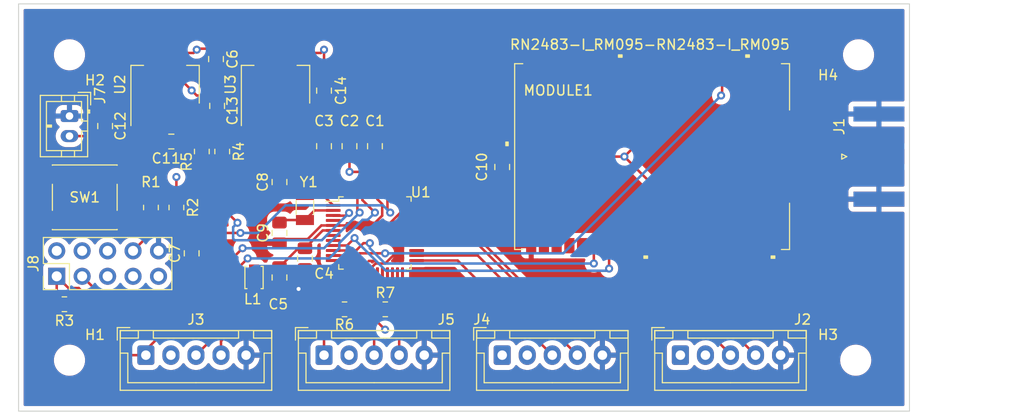
<source format=kicad_pcb>
(kicad_pcb (version 20211014) (generator pcbnew)
  (title_block (title "PCB Luchtkwaliteitssensor"))
  (layers (0 "F.Cu" signal) (1 "In1.Cu" signal) (2 "In2.Cu" signal) (31 "B.Cu" signal) (34 "B.Paste" user) (35 "F.Paste" user) (36 "B.SilkS" user "B.Silkscreen") (37 "F.SilkS" user "F.Silkscreen") (38 "B.Mask" user) (39 "F.Mask" user) (44 "Edge.Cuts" user))
  (net 0 "")
  (net 1 "VDDCORE")
  (net 2 "GND")
  (net 3 "VDDIN")
  (net 4 "VDDANA")
  (net 5 "RESET")
  (net 6 "XIN32")
  (net 7 "XOUT32")
  (net 8 "/Power Regulation/BATT_POS")
  (net 9 "+5V")
  (net 10 "Net-(J1-Pad1)")
  (net 11 "SERCOM5_PAD0_TX")
  (net 12 "SERCOM5_PAD1_RX")
  (net 13 "SERCOM2_PAD1_TX")
  (net 14 "SERCOM2_PAD2_RX")
  (net 15 "SERCOM3_PAD0_TX")
  (net 16 "SERCOM3_PAD1_RX")
  (net 17 "SERCOM4_PAD0_SDA")
  (net 18 "SERCOM4_PAD1_SCL")
  (net 19 "SWCLK")
  (net 21 "SWDIO")
  (net 30 "SERCOM0_PAD1_RX")
  (net 31 "SERCOM0_PAD0_TX")
  (net 39 "RN2483_RESET")
  (net 50 "Net-(R1-Pad1)")
  (net 51 "ADC_BATT")
  (footprint "Connector_JST:JST_XH_B5B-XH-A_1x05_P2.50mm_Vertical" (layer "F.Cu") (at 88.9 83.312)
    (fp_text reference "J5" (at 12.192 -3.55) (layer "F.SilkS"))
    (fp_text value "Conn_01x05_I2C_0")
    (pad "1" thru_hole roundrect (at 0 0) (size 1.7 1.95) (drill 0.95) (layers *.Cu *.Mask) (roundrect_rratio 0.1470588235) (net 3 "VDDIN"))
    (pad "2" thru_hole oval (at 2.5 0) (size 1.7 1.95) (drill 0.95) (layers *.Cu *.Mask) (net 9 "+5V"))
    (pad "3" thru_hole oval (at 5 0) (size 1.7 1.95) (drill 0.95) (layers *.Cu *.Mask) (net 17 "SERCOM4_PAD0_SDA"))
    (pad "4" thru_hole oval (at 7.5 0) (size 1.7 1.95) (drill 0.95) (layers *.Cu *.Mask) (net 18 "SERCOM4_PAD1_SCL"))
    (pad "5" thru_hole oval (at 10 0) (size 1.7 1.95) (drill 0.95) (layers *.Cu *.Mask) (net 2 "GND"))
  )
  (footprint "Capacitor_SMD:C_0805_2012Metric_Pad1.18x1.45mm_HandSolder" (layer "F.Cu") (at 73.66 61.9975 180)
    (fp_text reference "C11" (at 0.508 -1.68) (layer "F.SilkS"))
    (fp_text value "100nF")
    (pad "1" smd roundrect (at -1.0375 0 180) (size 1.175 1.45) (layers "F.Cu" "F.Paste" "F.Mask") (roundrect_rratio 0.2127659574) (net 8 "/Power Regulation/BATT_POS"))
    (pad "2" smd roundrect (at 1.0375 0 180) (size 1.175 1.45) (layers "F.Cu" "F.Paste" "F.Mask") (roundrect_rratio 0.2127659574) (net 2 "GND"))
  )
  (footprint "Package_TO_SOT_SMD:SOT-223-3_TabPin2" (layer "F.Cu") (at 73.04 56.3075 90)
    (fp_text reference "U2" (at 0 -4.5 90) (layer "F.SilkS"))
    (fp_text value "LD1117S33TR_SOT223")
    (pad "1" smd rect (at -3.15 -2.3 90) (size 2 1.5) (layers "F.Cu" "F.Paste" "F.Mask") (net 2 "GND"))
    (pad "2" smd rect (at -3.15 0 90) (size 2 1.5) (layers "F.Cu" "F.Paste" "F.Mask") (net 3 "VDDIN"))
    (pad "2" smd rect (at 3.15 0 90) (size 2 3.8) (layers "F.Cu" "F.Paste" "F.Mask") (net 3 "VDDIN"))
    (pad "3" smd rect (at -3.15 2.3 90) (size 2 1.5) (layers "F.Cu" "F.Paste" "F.Mask") (net 8 "/Power Regulation/BATT_POS"))
  )
  (footprint "Capacitor_SMD:C_0805_2012Metric_Pad1.18x1.45mm_HandSolder" (layer "F.Cu") (at 91.44 62.4625 -90)
    (fp_text reference "C2" (at -2.5185 0 180) (layer "F.SilkS"))
    (fp_text value "100nF")
    (pad "1" smd roundrect (at -1.0375 0 270) (size 1.175 1.45) (layers "F.Cu" "F.Paste" "F.Mask") (roundrect_rratio 0.2127659574) (net 2 "GND"))
    (pad "2" smd roundrect (at 1.0375 0 270) (size 1.175 1.45) (layers "F.Cu" "F.Paste" "F.Mask") (roundrect_rratio 0.2127659574) (net 3 "VDDIN"))
  )
  (footprint "Connector_JST:JST_XH_B5B-XH-A_1x05_P2.50mm_Vertical" (layer "F.Cu") (at 71.12 83.312)
    (fp_text reference "J3" (at 5 -3.55) (layer "F.SilkS"))
    (fp_text value "Conn_01x05_USART_2")
    (pad "1" thru_hole roundrect (at 0 0) (size 1.7 1.95) (drill 0.95) (layers *.Cu *.Mask) (roundrect_rratio 0.1470588235) (net 3 "VDDIN"))
    (pad "2" thru_hole oval (at 2.5 0) (size 1.7 1.95) (drill 0.95) (layers *.Cu *.Mask) (net 9 "+5V"))
    (pad "3" thru_hole oval (at 5 0) (size 1.7 1.95) (drill 0.95) (layers *.Cu *.Mask) (net 13 "SERCOM2_PAD1_TX"))
    (pad "4" thru_hole oval (at 7.5 0) (size 1.7 1.95) (drill 0.95) (layers *.Cu *.Mask) (net 14 "SERCOM2_PAD2_RX"))
    (pad "5" thru_hole oval (at 10 0) (size 1.7 1.95) (drill 0.95) (layers *.Cu *.Mask) (net 2 "GND"))
  )
  (footprint "RN2483:RN2483A-I&slash_RM105" (layer "F.Cu") (at 121.6375 63.5 90)
    (fp_text reference "MODULE1" (at 6.604 -9.3695 180) (layer "F.SilkS"))
    (fp_text value "RN2483-I_RM095-RN2483-I_RM095" (at 11.176 -0.2255 180) (layer "F.SilkS"))
    (pad "1" smd rect locked (at -8.89 -12.065 180) (size 1.016 1.524) (layers "F.Cu" "F.Paste" "F.Mask") (net 2 "GND"))
    (pad "2" smd rect locked (at -8.89 -10.795 180) (size 1.016 1.524) (layers "F.Cu" "F.Paste" "F.Mask"))
    (pad "3" smd rect locked (at -8.89 -9.525 180) (size 1.016 1.524) (layers "F.Cu" "F.Paste" "F.Mask"))
    (pad "4" smd rect locked (at -8.89 -8.255 180) (size 1.016 1.524) (layers "F.Cu" "F.Paste" "F.Mask"))
    (pad "5" smd rect locked (at -8.89 -6.985 180) (size 1.016 1.524) (layers "F.Cu" "F.Paste" "F.Mask"))
    (pad "6" smd rect locked (at -8.89 -5.715 180) (size 1.016 1.524) (layers "F.Cu" "F.Paste" "F.Mask") (net 30 "SERCOM0_PAD1_RX"))
    (pad "7" smd rect locked (at -8.89 -4.445 180) (size 1.016 1.524) (layers "F.Cu" "F.Paste" "F.Mask") (net 31 "SERCOM0_PAD0_TX"))
    (pad "8" smd rect locked (at -8.89 -3.175 180) (size 1.016 1.524) (layers "F.Cu" "F.Paste" "F.Mask") (net 2 "GND"))
    (pad "9" smd rect locked (at -8.89 -1.905 180) (size 1.016 1.524) (layers "F.Cu" "F.Paste" "F.Mask"))
    (pad "10" smd rect locked (at -8.89 -0.635 180) (size 1.016 1.524) (layers "F.Cu" "F.Paste" "F.Mask"))
    (pad "11" smd rect locked (at -8.89 0.635 180) (size 1.016 1.524) (layers "F.Cu" "F.Paste" "F.Mask") (net 2 "GND"))
    (pad "12" smd rect locked (at -8.89 1.905 180) (size 1.016 1.524) (layers "F.Cu" "F.Paste" "F.Mask") (net 3 "VDDIN"))
    (pad "13" smd rect locked (at -8.89 3.175 180) (size 1.016 1.524) (layers "F.Cu" "F.Paste" "F.Mask"))
    (pad "14" smd rect locked (at -8.89 4.445 180) (size 1.016 1.524) (layers "F.Cu" "F.Paste" "F.Mask"))
    (pad "15" smd rect locked (at -8.89 5.715 180) (size 1.016 1.524) (layers "F.Cu" "F.Paste" "F.Mask"))
    (pad "16" smd rect locked (at -8.89 6.985 180) (size 1.016 1.524) (layers "F.Cu" "F.Paste" "F.Mask"))
    (pad "17" smd rect locked (at -8.89 8.255 180) (size 1.016 1.524) (layers "F.Cu" "F.Paste" "F.Mask"))
    (pad "18" smd rect locked (at -8.89 9.525 180) (size 1.016 1.524) (layers "F.Cu" "F.Paste" "F.Mask"))
    (pad "19" smd rect locked (at -8.89 10.795 180) (size 1.016 1.524) (layers "F.Cu" "F.Paste" "F.Mask"))
    (pad "20" smd rect locked (at -8.89 12.065 180) (size 1.016 1.524) (layers "F.Cu" "F.Paste" "F.Mask") (net 2 "GND"))
    (pad "21" smd rect locked (at -3.81 13.335 90) (size 1.016 1.524) (layers "F.Cu" "F.Paste" "F.Mask") (net 2 "GND"))
    (pad "22" smd rect locked (at -2.54 13.335 90) (size 1.016 1.524) (layers "F.Cu" "F.Paste" "F.Mask") (net 2 "GND"))
    (pad "23" smd rect locked (at -1.27 13.335 90) (size 1.016 1.524) (layers "F.Cu" "F.Paste" "F.Mask") (net 10 "Net-(J1-Pad1)"))
    (pad "24" smd rect locked (at 0 13.335 90) (size 1.016 1.524) (layers "F.Cu" "F.Paste" "F.Mask") (net 2 "GND"))
    (pad "25" smd rect locked (at 1.27 13.335 90) (size 1.016 1.524) (layers "F.Cu" "F.Paste" "F.Mask"))
    (pad "26" smd rect locked (at 2.54 13.335 90) (size 1.016 1.524) (layers "F.Cu" "F.Paste" "F.Mask") (net 2 "GND"))
    (pad "27" smd rect locked (at 3.81 13.335 90) (size 1.016 1.524) (layers "F.Cu" "F.Paste" "F.Mask") (net 2 "GND"))
    (pad "28" smd rect locked (at 8.89 12.065 180) (size 1.016 1.524) (layers "F.Cu" "F.Paste" "F.Mask") (net 2 "GND"))
    (pad "29" smd rect locked (at 8.89 10.795 180) (size 1.016 1.524) (layers "F.Cu" "F.Paste" "F.Mask"))
    (pad "30" smd rect locked (at 8.89 9.525 180) (size 1.016 1.524) (layers "F.Cu" "F.Paste" "F.Mask"))
    (pad "31" smd rect locked (at 8.89 8.255 180) (size 1.016 1.524) (layers "F.Cu" "F.Paste" "F.Mask"))
    (pad "32" smd rect locked (at 8.89 6.985 180) (size 1.016 1.524) (layers "F.Cu" "F.Paste" "F.Mask") (net 39 "RN2483_RESET"))
    (pad "33" smd rect locked (at 8.89 5.715 180) (size 1.016 1.524) (layers "F.Cu" "F.Paste" "F.Mask") (net 2 "GND"))
    (pad "34" smd rect locked (at 8.89 4.445 180) (size 1.016 1.524) (layers "F.Cu" "F.Paste" "F.Mask") (net 3 "VDDIN"))
    (pad "35" smd rect locked (at 8.89 3.175 180) (size 1.016 1.524) (layers "F.Cu" "F.Paste" "F.Mask"))
    (pad "36" smd rect locked (at 8.89 1.905 180) (size 1.016 1.524) (layers "F.Cu" "F.Paste" "F.Mask"))
    (pad "37" smd rect locked (at 8.89 0.635 180) (size 1.016 1.524) (layers "F.Cu" "F.Paste" "F.Mask"))
    (pad "38" smd rect locked (at 8.89 -0.635 180) (size 1.016 1.524) (layers "F.Cu" "F.Paste" "F.Mask"))
    (pad "39" smd rect locked (at 8.89 -1.905 180) (size 1.016 1.524) (layers "F.Cu" "F.Paste" "F.Mask"))
    (pad "40" smd rect locked (at 8.89 -3.175 180) (size 1.016 1.524) (layers "F.Cu" "F.Paste" "F.Mask"))
    (pad "41" smd rect locked (at 8.89 -4.445 180) (size 1.016 1.524) (layers "F.Cu" "F.Paste" "F.Mask") (net 2 "GND"))
    (pad "42" smd rect locked (at 8.89 -5.715 180) (size 1.016 1.524) (layers "F.Cu" "F.Paste" "F.Mask"))
    (pad "43" smd rect locked (at 8.89 -6.985 180) (size 1.016 1.524) (layers "F.Cu" "F.Paste" "F.Mask"))
    (pad "44" smd rect locked (at 8.89 -8.255 180) (size 1.016 1.524) (layers "F.Cu" "F.Paste" "F.Mask"))
    (pad "45" smd rect locked (at 8.89 -9.525 180) (size 1.016 1.524) (layers "F.Cu" "F.Paste" "F.Mask"))
    (pad "46" smd rect locked (at 8.89 -10.795 180) (size 1.016 1.524) (layers "F.Cu" "F.Paste" "F.Mask"))
    (pad "47" smd rect locked (at 8.89 -12.065 180) (size 1.016 1.524) (layers "F.Cu" "F.Paste" "F.Mask") (net 2 "GND"))
  )
  (footprint "Resistor_SMD:R_0805_2012Metric_Pad1.20x1.40mm_HandSolder" (layer "F.Cu") (at 71.628 68.58 -90)
    (fp_text reference "R1" (at -2.54 0 180) (layer "F.SilkS"))
    (fp_text value "330")
    (pad "1" smd roundrect (at -1 0 270) (size 1.2 1.4) (layers "F.Cu" "F.Paste" "F.Mask") (roundrect_rratio 0.2083333333) (net 50 "Net-(R1-Pad1)"))
    (pad "2" smd roundrect (at 1 0 270) (size 1.2 1.4) (layers "F.Cu" "F.Paste" "F.Mask") (roundrect_rratio 0.2083333333) (net 5 "RESET"))
  )
  (footprint "Capacitor_SMD:C_0805_2012Metric_Pad1.18x1.45mm_HandSolder" (layer "F.Cu") (at 86.995 73.6815 90)
    (fp_text reference "C4" (at -1.5025 1.905) (layer "F.SilkS"))
    (fp_text value "100nF")
    (pad "1" smd roundrect (at -1.0375 0 90) (size 1.175 1.45) (layers "F.Cu" "F.Paste" "F.Mask") (roundrect_rratio 0.2127659574) (net 2 "GND"))
    (pad "2" smd roundrect (at 1.0375 0 90) (size 1.175 1.45) (layers "F.Cu" "F.Paste" "F.Mask") (roundrect_rratio 0.2127659574) (net 4 "VDDANA"))
  )
  (footprint "Capacitor_SMD:C_0805_2012Metric_Pad1.18x1.45mm_HandSolder" (layer "F.Cu") (at 88.9 56.9175 -90)
    (fp_text reference "C14" (at 0 -1.68 90) (layer "F.SilkS"))
    (fp_text value "10µF")
    (pad "1" smd roundrect (at -1.0375 0 270) (size 1.175 1.45) (layers "F.Cu" "F.Paste" "F.Mask") (roundrect_rratio 0.2127659574) (net 9 "+5V"))
    (pad "2" smd roundrect (at 1.0375 0 270) (size 1.175 1.45) (layers "F.Cu" "F.Paste" "F.Mask") (roundrect_rratio 0.2127659574) (net 2 "GND"))
  )
  (footprint "Package_TO_SOT_SMD:SOT-223-3_TabPin2" (layer "F.Cu") (at 84.06 56.3075 90)
    (fp_text reference "U3" (at 0 -4.5 90) (layer "F.SilkS"))
    (fp_text value "LD1117S50TR_SOT223")
    (pad "1" smd rect (at -3.15 -2.3 90) (size 2 1.5) (layers "F.Cu" "F.Paste" "F.Mask") (net 2 "GND"))
    (pad "2" smd rect (at 3.15 0 90) (size 2 3.8) (layers "F.Cu" "F.Paste" "F.Mask") (net 9 "+5V"))
    (pad "2" smd rect (at -3.15 0 90) (size 2 1.5) (layers "F.Cu" "F.Paste" "F.Mask") (net 9 "+5V"))
    (pad "3" smd rect (at -3.15 2.3 90) (size 2 1.5) (layers "F.Cu" "F.Paste" "F.Mask") (net 8 "/Power Regulation/BATT_POS"))
  )
  (footprint "Connector_Coaxial:SMA_Amphenol_132289_EdgeMount" (layer "F.Cu") (at 144.272 63.5)
    (fp_text reference "J1" (at -3.96 -3 90) (layer "F.SilkS"))
    (fp_text value "Conn_Coaxial")
    (pad "1" smd rect (at 0 0 90) (size 1.5 5.08) (layers "F.Cu" "F.Paste" "F.Mask") (net 10 "Net-(J1-Pad1)"))
    (pad "2" smd rect (at 0 4.25 90) (size 1.5 5.08) (layers "B.Cu" "B.Paste" "B.Mask") (net 2 "GND"))
    (pad "2" smd rect (at 0 -4.25 90) (size 1.5 5.08) (layers "F.Cu" "F.Paste" "F.Mask") (net 2 "GND"))
    (pad "2" smd rect (at 0 4.25 90) (size 1.5 5.08) (layers "F.Cu" "F.Paste" "F.Mask") (net 2 "GND"))
    (pad "2" smd rect (at 0 -4.25 90) (size 1.5 5.08) (layers "B.Cu" "B.Paste" "B.Mask") (net 2 "GND"))
  )
  (footprint "Resistor_SMD:R_0805_2012Metric_Pad1.20x1.40mm_HandSolder" (layer "F.Cu") (at 76.708 62.992 90)
    (fp_text reference "R5" (at -1.016 -1.524 90) (layer "F.SilkS"))
    (fp_text value "10k")
    (pad "1" smd roundrect (at -1 0 90) (size 1.2 1.4) (layers "F.Cu" "F.Paste" "F.Mask") (roundrect_rratio 0.2083333333) (net 51 "ADC_BATT"))
    (pad "2" smd roundrect (at 1 0 90) (size 1.2 1.4) (layers "F.Cu" "F.Paste" "F.Mask") (roundrect_rratio 0.2083333333) (net 8 "/Power Regulation/BATT_POS"))
  )
  (footprint "Resistor_SMD:R_0805_2012Metric_Pad1.20x1.40mm_HandSolder" (layer "F.Cu") (at 95.012 78.74)
    (fp_text reference "R7" (at 0 -1.65) (layer "F.SilkS"))
    (fp_text value "?")
    (pad "1" smd roundrect (at -1 0) (size 1.2 1.4) (layers "F.Cu" "F.Paste" "F.Mask") (roundrect_rratio 0.2083333333) (net 3 "VDDIN"))
    (pad "2" smd roundrect (at 1 0) (size 1.2 1.4) (layers "F.Cu" "F.Paste" "F.Mask") (roundrect_rratio 0.2083333333) (net 18 "SERCOM4_PAD1_SCL"))
  )
  (footprint "MountingHole:MountingHole_2.1mm" (layer "F.Cu") (at 63.5 83.82)
    (fp_text reference "H1" (at 2.54 -2.54) (layer "F.SilkS"))
    (fp_text value "MountingHole_Pad")
    (pad "" np_thru_hole circle (at 0 0) (size 2.1 2.1) (drill 2.1) (layers *.Cu *.Mask))
  )
  (footprint "Resistor_SMD:R_0805_2012Metric_Pad1.20x1.40mm_HandSolder" (layer "F.Cu") (at 78.74 62.992 -90)
    (fp_text reference "R4" (at 0 -1.65 90) (layer "F.SilkS"))
    (fp_text value "4.7k")
    (pad "1" smd roundrect (at -1 0 270) (size 1.2 1.4) (layers "F.Cu" "F.Paste" "F.Mask") (roundrect_rratio 0.2083333333) (net 2 "GND"))
    (pad "2" smd roundrect (at 1 0 270) (size 1.2 1.4) (layers "F.Cu" "F.Paste" "F.Mask") (roundrect_rratio 0.2083333333) (net 51 "ADC_BATT"))
  )
  (footprint "Capacitor_SMD:C_0805_2012Metric_Pad1.18x1.45mm_HandSolder" (layer "F.Cu") (at 84.455 71.12 -90)
    (fp_text reference "C9" (at 0 1.651 90) (layer "F.SilkS"))
    (fp_text value "18pF")
    (pad "1" smd roundrect (at -1.0375 0 270) (size 1.175 1.45) (layers "F.Cu" "F.Paste" "F.Mask") (roundrect_rratio 0.2127659574) (net 7 "XOUT32"))
    (pad "2" smd roundrect (at 1.0375 0 270) (size 1.175 1.45) (layers "F.Cu" "F.Paste" "F.Mask") (roundrect_rratio 0.2127659574) (net 2 "GND"))
  )
  (footprint "MountingHole:MountingHole_2.1mm" (layer "F.Cu") (at 142.24 53.34)
    (fp_text reference "H4" (at -3.048 2.032) (layer "F.SilkS"))
    (fp_text value "MountingHole_Pad")
    (pad "" np_thru_hole circle (at 0 0) (size 2.1 2.1) (drill 2.1) (layers *.Cu *.Mask))
  )
  (footprint "Capacitor_SMD:C_0805_2012Metric_Pad1.18x1.45mm_HandSolder" (layer "F.Cu") (at 78.12 53.7675 90)
    (fp_text reference "C6" (at 0 1.636 90) (layer "F.SilkS"))
    (fp_text value "10µF")
    (pad "1" smd roundrect (at -1.0375 0 90) (size 1.175 1.45) (layers "F.Cu" "F.Paste" "F.Mask") (roundrect_rratio 0.2127659574) (net 2 "GND"))
    (pad "2" smd roundrect (at 1.0375 0 90) (size 1.175 1.45) (layers "F.Cu" "F.Paste" "F.Mask") (roundrect_rratio 0.2127659574) (net 3 "VDDIN"))
  )
  (footprint "MountingHole:MountingHole_2.1mm" (layer "F.Cu") (at 63.5 53.34)
    (fp_text reference "H2" (at 2.54 2.54) (layer "F.SilkS"))
    (fp_text value "MountingHole_Pad")
    (pad "" np_thru_hole circle (at 0 0) (size 2.1 2.1) (drill 2.1) (layers *.Cu *.Mask))
  )
  (footprint "Connector_JST:JST_XH_B5B-XH-A_1x05_P2.50mm_Vertical" (layer "F.Cu") (at 106.68 83.312)
    (fp_text reference "J4" (at -2.032 -3.556) (layer "F.SilkS"))
    (fp_text value "Conn_01x05_USART_3")
    (pad "1" thru_hole roundrect (at 0 0) (size 1.7 1.95) (drill 0.95) (layers *.Cu *.Mask) (roundrect_rratio 0.1470588235) (net 3 "VDDIN"))
    (pad "2" thru_hole oval (at 2.5 0) (size 1.7 1.95) (drill 0.95) (layers *.Cu *.Mask) (net 9 "+5V"))
    (pad "3" thru_hole oval (at 5 0) (size 1.7 1.95) (drill 0.95) (layers *.Cu *.Mask) (net 15 "SERCOM3_PAD0_TX"))
    (pad "4" thru_hole oval (at 7.5 0) (size 1.7 1.95) (drill 0.95) (layers *.Cu *.Mask) (net 16 "SERCOM3_PAD1_RX"))
    (pad "5" thru_hole oval (at 10 0) (size 1.7 1.95) (drill 0.95) (layers *.Cu *.Mask) (net 2 "GND"))
  )
  (footprint "Inductor_SMD:L_Murata_LQH2MCNxxxx02_2.0x1.6mm" (layer "F.Cu") (at 81.915 75.565 90)
    (fp_text reference "L1" (at -2.159 -0.127 180) (layer "F.SilkS"))
    (fp_text value "10µH")
    (pad "1" smd rect (at -0.85 0 90) (size 0.9 1) (layers "F.Cu" "F.Paste" "F.Mask") (net 3 "VDDIN"))
    (pad "2" smd rect (at 0.85 0 90) (size 0.9 1) (layers "F.Cu" "F.Paste" "F.Mask") (net 4 "VDDANA"))
  )
  (footprint "Capacitor_SMD:C_0805_2012Metric_Pad1.18x1.45mm_HandSolder" (layer "F.Cu") (at 106.68 64.5375 -90)
    (fp_text reference "C10" (at 0 2.032 90) (layer "F.SilkS"))
    (fp_text value "1µF")
    (pad "1" smd roundrect (at -1.0375 0 270) (size 1.175 1.45) (layers "F.Cu" "F.Paste" "F.Mask") (roundrect_rratio 0.2127659574) (net 3 "VDDIN"))
    (pad "2" smd roundrect (at 1.0375 0 270) (size 1.175 1.45) (layers "F.Cu" "F.Paste" "F.Mask") (roundrect_rratio 0.2127659574) (net 2 "GND"))
  )
  (footprint "Capacitor_SMD:C_0805_2012Metric_Pad1.18x1.45mm_HandSolder" (layer "F.Cu") (at 78.232 58.4415 -90)
    (fp_text reference "C13" (at 0.4865 -1.524 90) (layer "F.SilkS"))
    (fp_text value "10µF")
    (pad "1" smd roundrect (at -1.0375 0 270) (size 1.175 1.45) (layers "F.Cu" "F.Paste" "F.Mask") (roundrect_rratio 0.2127659574) (net 3 "VDDIN"))
    (pad "2" smd roundrect (at 1.0375 0 270) (size 1.175 1.45) (layers "F.Cu" "F.Paste" "F.Mask") (roundrect_rratio 0.2127659574) (net 2 "GND"))
  )
  (footprint "Button_Switch_SMD:SW_Push_1P1T_NO_6x6mm_H9.5mm" (layer "F.Cu") (at 65.024 67.564 180)
    (fp_text reference "SW1" (at 0 0) (layer "F.SilkS"))
    (fp_text value "SW_Push")
    (pad "1" smd rect (at -3.975 -2.25 180) (size 1.55 1.3) (layers "F.Cu" "F.Paste" "F.Mask") (net 50 "Net-(R1-Pad1)"))
    (pad "1" smd rect (at 3.975 -2.25 180) (size 1.55 1.3) (layers "F.Cu" "F.Paste" "F.Mask") (net 50 "Net-(R1-Pad1)"))
    (pad "2" smd rect (at 3.975 2.25 180) (size 1.55 1.3) (layers "F.Cu" "F.Paste" "F.Mask") (net 2 "GND"))
    (pad "2" smd rect (at -3.975 2.25 180) (size 1.55 1.3) (layers "F.Cu" "F.Paste" "F.Mask") (net 2 "GND"))
  )
  (footprint "Package_QFP:TQFP-48_7x7mm_P0.5mm" (layer "F.Cu") (at 93.98 71.12)
    (fp_text reference "U1" (at 4.572 -4.064) (layer "F.SilkS"))
    (fp_text value "ATSAMD21G18A-A")
    (pad "1" smd roundrect (at -4.1625 -2.75) (size 1.475 0.3) (layers "F.Cu" "F.Paste" "F.Mask") (net 6 "XIN32"))
    (pad "2" smd roundrect (at -4.1625 -2.25) (size 1.475 0.3) (layers "F.Cu" "F.Paste" "F.Mask") (net 7 "XOUT32"))
    (pad "3" smd roundrect (at -4.1625 -1.75) (size 1.475 0.3) (layers "F.Cu" "F.Paste" "F.Mask") (net 51 "ADC_BATT"))
    (pad "4" smd roundrect (at -4.1625 -1.25) (size 1.475 0.3) (layers "F.Cu" "F.Paste" "F.Mask"))
    (pad "5" smd roundrect (at -4.1625 -0.75) (size 1.475 0.3) (layers "F.Cu" "F.Paste" "F.Mask") (net 2 "GND"))
    (pad "6" smd roundrect (at -4.1625 -0.25) (size 1.475 0.3) (layers "F.Cu" "F.Paste" "F.Mask") (net 4 "VDDANA"))
    (pad "7" smd roundrect (at -4.1625 0.25) (size 1.475 0.3) (layers "F.Cu" "F.Paste" "F.Mask"))
    (pad "8" smd roundrect (at -4.1625 0.75) (size 1.475 0.3) (layers "F.Cu" "F.Paste" "F.Mask"))
    (pad "9" smd roundrect (at -4.1625 1.25) (size 1.475 0.3) (layers "F.Cu" "F.Paste" "F.Mask") (net 31 "SERCOM0_PAD0_TX"))
    (pad "10" smd roundrect (at -4.1625 1.75) (size 1.475 0.3) (layers "F.Cu" "F.Paste" "F.Mask") (net 30 "SERCOM0_PAD1_RX"))
    (pad "11" smd roundrect (at -4.1625 2.25) (size 1.475 0.3) (layers "F.Cu" "F.Paste" "F.Mask") (net 39 "RN2483_RESET"))
    (pad "12" smd roundrect (at -4.1625 2.75) (size 1.475 0.3) (layers "F.Cu" "F.Paste" "F.Mask"))
    (pad "13" smd roundrect (at -2.75 4.1625) (size 0.3 1.475) (layers "F.Cu" "F.Paste" "F.Mask") (net 13 "SERCOM2_PAD1_TX"))
    (pad "14" smd roundrect (at -2.25 4.1625) (size 0.3 1.475) (layers "F.Cu" "F.Paste" "F.Mask") (net 14 "SERCOM2_PAD2_RX"))
    (pad "15" smd roundrect (at -1.75 4.1625) (size 0.3 1.475) (layers "F.Cu" "F.Paste" "F.Mask"))
    (pad "16" smd roundrect (at -1.25 4.1625) (size 0.3 1.475) (layers "F.Cu" "F.Paste" "F.Mask"))
    (pad "17" smd roundrect (at -0.75 4.1625) (size 0.3 1.475) (layers "F.Cu" "F.Paste" "F.Mask") (net 3 "VDDIN"))
    (pad "18" smd roundrect (at -0.25 4.1625) (size 0.3 1.475) (layers "F.Cu" "F.Paste" "F.Mask") (net 2 "GND"))
    (pad "19" smd roundrect (at 0.25 4.1625) (size 0.3 1.475) (layers "F.Cu" "F.Paste" "F.Mask"))
    (pad "20" smd roundrect (at 0.75 4.1625) (size 0.3 1.475) (layers "F.Cu" "F.Paste" "F.Mask"))
    (pad "21" smd roundrect (at 1.25 4.1625) (size 0.3 1.475) (layers "F.Cu" "F.Paste" "F.Mask") (net 17 "SERCOM4_PAD0_SDA"))
    (pad "22" smd roundrect (at 1.75 4.1625) (size 0.3 1.475) (layers "F.Cu" "F.Paste" "F.Mask") (net 18 "SERCOM4_PAD1_SCL"))
    (pad "23" smd roundrect (at 2.25 4.1625) (size 0.3 1.475) (layers "F.Cu" "F.Paste" "F.Mask"))
    (pad "24" smd roundrect (at 2.75 4.1625) (size 0.3 1.475) (layers "F.Cu" "F.Paste" "F.Mask"))
    (pad "25" smd roundrect (at 4.1625 2.75) (size 1.475 0.3) (layers "F.Cu" "F.Paste" "F.Mask") (net 15 "SERCOM3_PAD0_TX"))
    (pad "26" smd roundrect (at 4.1625 2.25) (size 1.475 0.3) (layers "F.Cu" "F.Paste" "F.Mask") (net 16 "SERCOM3_PAD1_RX"))
    (pad "27" smd roundrect (at 4.1625 1.75) (size 1.475 0.3) (layers "F.Cu" "F.Paste" "F.Mask"))
    (pad "28" smd roundrect (at 4.1625 1.25) (size 1.475 0.3) (layers "F.Cu" "F.Paste" "F.Mask"))
    (pad "29" smd roundrect (at 4.1625 0.75) (size 1.475 0.3) (layers "F.Cu" "F.Paste" "F.Mask"))
    (pad "30" smd roundrect (at 4.1625 0.25) (size 1.475 0.3) (layers "F.Cu" "F.Paste" "F.Mask"))
    (pad "31" smd roundrect (at 4.1625 -0.25) (size 1.475 0.3) (layers "F.Cu" "F.Paste" "F.Mask") (net 11 "SERCOM5_PAD0_TX"))
    (pad "32" smd roundrect (at 4.1625 -0.75) (size 1.475 0.3) (layers "F.Cu" "F.Paste" "F.Mask") (net 12 "SERCOM5_PAD1_RX"))
    (pad "33" smd roundrect (at 4.1625 -1.25) (size 1.475 0.3) (layers "F.Cu" "F.Paste" "F.Mask"))
    (pad "34" smd roundrect (at 4.1625 -1.75) (size 1.475 0.3) (layers "F.Cu" "F.Paste" "F.Mask"))
    (pad "35" smd roundrect (at 4.1625 -2.25) (size 1.475 0.3) (layers "F.Cu" "F.Paste" "F.Mask") (net 2 "GND"))
    (pad "36" smd roundrect (at 4.1625 -2.75) (size 1.475 0.3) (layers "F.Cu" "F.Paste" "F.Mask"))
    (pad "37" smd roundrect (at 2.75 -4.1625) (size 0.3 1.475) (layers "F.Cu" "F.Paste" "F.Mask"))
    (pad "38" smd roundrect (at 2.25 -4.1625) (size 0.3 1.475) (layers "F.Cu" "F.Paste" "F.Mask"))
    (pad "39" smd roundrect (at 1.75 -4.1625) (size 0.3 1.475) (layers "F.Cu" "F.Paste" "F.Mask"))
    (pad "40" smd roundrect (at 1.25 -4.1625) (size 0.3 1.475) (layers "F.Cu" "F.Paste" "F.Mask") (net 5 "RESET"))
    (pad "41" smd roundrect (at 0.75 -4.1625) (size 0.3 1.475) (layers "F.Cu" "F.Paste" "F.Mask"))
    (pad "42" smd roundrect (at 0.25 -4.1625) (size 0.3 1.475) (layers "F.Cu" "F.Paste" "F.Mask") (net 2 "GND"))
    (pad "43" smd roundrect (at -0.25 -4.1625) (size 0.3 1.475) (layers "F.Cu" "F.Paste" "F.Mask") (net 1 "VDDCORE"))
    (pad "44" smd roundrect (at -0.75 -4.1625) (size 0.3 1.475) (layers "F.Cu" "F.Paste" "F.Mask") (net 3 "VDDIN"))
    (pad "45" smd roundrect (at -1.25 -4.1625) (size 0.3 1.475) (layers "F.Cu" "F.Paste" "F.Mask") (net 19 "SWCLK"))
    (pad "46" smd roundrect (at -1.75 -4.1625) (size 0.3 1.475) (layers "F.Cu" "F.Paste" "F.Mask") (net 21 "SWDIO"))
    (pad "47" smd roundrect (at -2.25 -4.1625) (size 0.3 1.475) (layers "F.Cu" "F.Paste" "F.Mask"))
    (pad "48" smd roundrect (at -2.75 -4.1625) (size 0.3 1.475) (layers "F.Cu" "F.Paste" "F.Mask"))
  )
  (footprint "Capacitor_SMD:C_0805_2012Metric_Pad1.18x1.45mm_HandSolder" (layer "F.Cu") (at 93.98 62.4625 90)
    (fp_text reference "C1" (at 2.5185 0 180) (layer "F.SilkS"))
    (fp_text value "1µF")
    (pad "1" smd roundrect (at -1.0375 0 90) (size 1.175 1.45) (layers "F.Cu" "F.Paste" "F.Mask") (roundrect_rratio 0.2127659574) (net 1 "VDDCORE"))
    (pad "2" smd roundrect (at 1.0375 0 90) (size 1.175 1.45) (layers "F.Cu" "F.Paste" "F.Mask") (roundrect_rratio 0.2127659574) (net 2 "GND"))
  )
  (footprint "Resistor_SMD:R_0805_2012Metric_Pad1.20x1.40mm_HandSolder" (layer "F.Cu") (at 62.992 78.232 180)
    (fp_text reference "R3" (at 0 -1.65) (layer "F.SilkS"))
    (fp_text value "1k")
    (pad "1" smd roundrect (at -1 0 180) (size 1.2 1.4) (layers "F.Cu" "F.Paste" "F.Mask") (roundrect_rratio 0.2083333333) (net 3 "VDDIN"))
    (pad "2" smd roundrect (at 1 0 180) (size 1.2 1.4) (layers "F.Cu" "F.Paste" "F.Mask") (roundrect_rratio 0.2083333333) (net 19 "SWCLK"))
  )
  (footprint "MountingHole:MountingHole_2.1mm" (layer "F.Cu") (at 141.9575 83.82)
    (fp_text reference "H3" (at -2.7655 -2.54) (layer "F.SilkS"))
    (fp_text value "MountingHole_Pad")
    (pad "" np_thru_hole circle (at 0 0) (size 2.1 2.1) (drill 2.1) (layers *.Cu *.Mask))
  )
  (footprint "Connector_PinHeader_2.54mm:PinHeader_2x05_P2.54mm_Vertical" (layer "F.Cu") (at 62.225 75.443 90)
    (fp_text reference "J8" (at 1.27 -2.33 90) (layer "F.SilkS"))
    (fp_text value "Conn_02x05_Counter_Clockwise_DEBUG")
    (pad "1" thru_hole rect (at 0 0 90) (size 1.7 1.7) (drill 1) (layers *.Cu *.Mask) (net 19 "SWCLK"))
    (pad "2" thru_hole oval (at 2.54 0 90) (size 1.7 1.7) (drill 1) (layers *.Cu *.Mask))
    (pad "3" thru_hole oval (at 0 2.54 90) (size 1.7 1.7) (drill 1) (layers *.Cu *.Mask) (net 21 "SWDIO"))
    (pad "4" thru_hole oval (at 2.54 2.54 90) (size 1.7 1.7) (drill 1) (layers *.Cu *.Mask))
    (pad "5" thru_hole oval (at 0 5.08 90) (size 1.7 1.7) (drill 1) (layers *.Cu *.Mask))
    (pad "6" thru_hole oval (at 2.54 5.08 90) (size 1.7 1.7) (drill 1) (layers *.Cu *.Mask))
    (pad "7" thru_hole oval (at 0 7.62 90) (size 1.7 1.7) (drill 1) (layers *.Cu *.Mask))
    (pad "8" thru_hole oval (at 2.54 7.62 90) (size 1.7 1.7) (drill 1) (layers *.Cu *.Mask) (net 5 "RESET"))
    (pad "9" thru_hole oval (at 0 10.16 90) (size 1.7 1.7) (drill 1) (layers *.Cu *.Mask) (net 3 "VDDIN"))
    (pad "10" thru_hole oval (at 2.54 10.16 90) (size 1.7 1.7) (drill 1) (layers *.Cu *.Mask) (net 2 "GND"))
  )
  (footprint "Connector_JST:JST_PH_B2B-PH-K_1x02_P2.00mm_Vertical" (layer "F.Cu") (at 63.5 59.452 -90)
    (fp_text reference "J7" (at -2.048 -3.048 90) (layer "F.SilkS"))
    (fp_text value "Conn_01x02_BATT")
    (pad "1" thru_hole roundrect (at 0 0 270) (size 1.2 1.75) (drill 0.75) (layers *.Cu *.Mask) (roundrect_rratio 0.2083333333) (net 2 "GND"))
    (pad "2" thru_hole oval (at 2 0 270) (size 1.2 1.75) (drill 0.75) (layers *.Cu *.Mask) (net 8 "/Power Regulation/BATT_POS"))
  )
  (footprint "Crystal:Crystal_SMD_3215-2Pin_3.2x1.5mm" (layer "F.Cu") (at 86.995 68.58 -90)
    (fp_text reference "Y1" (at -2.54 -0.381 180) (layer "F.SilkS"))
    (fp_text value "Crystal_Small")
    (pad "1" smd rect (at 1.25 0 270) (size 1 1.8) (layers "F.Cu" "F.Paste" "F.Mask") (net 7 "XOUT32"))
    (pad "2" smd rect (at -1.25 0 270) (size 1 1.8) (layers "F.Cu" "F.Paste" "F.Mask") (net 6 "XIN32"))
  )
  (footprint "Capacitor_SMD:C_0805_2012Metric_Pad1.18x1.45mm_HandSolder" (layer "F.Cu") (at 84.455 66.04 90)
    (fp_text reference "C8" (at 0 -1.68 90) (layer "F.SilkS"))
    (fp_text value "18pF")
    (pad "1" smd roundrect (at -1.0375 0 90) (size 1.175 1.45) (layers "F.Cu" "F.Paste" "F.Mask") (roundrect_rratio 0.2127659574) (net 6 "XIN32"))
    (pad "2" smd roundrect (at 1.0375 0 90) (size 1.175 1.45) (layers "F.Cu" "F.Paste" "F.Mask") (roundrect_rratio 0.2127659574) (net 2 "GND"))
  )
  (footprint "Connector_JST:JST_XH_B5B-XH-A_1x05_P2.50mm_Vertical" (layer "F.Cu") (at 124.46 83.312)
    (fp_text reference "J2" (at 12.192 -3.556) (layer "F.SilkS"))
    (fp_text value "Conn_01x05_USART_1")
    (pad "1" thru_hole roundrect (at 0 0) (size 1.7 1.95) (drill 0.95) (layers *.Cu *.Mask) (roundrect_rratio 0.1470588235) (net 3 "VDDIN"))
    (pad "2" thru_hole oval (at 2.5 0) (size 1.7 1.95) (drill 0.95) (layers *.Cu *.Mask) (net 9 "+5V"))
    (pad "3" thru_hole oval (at 5 0) (size 1.7 1.95) (drill 0.95) (layers *.Cu *.Mask) (net 11 "SERCOM5_PAD0_TX"))
    (pad "4" thru_hole oval (at 7.5 0) (size 1.7 1.95) (drill 0.95) (layers *.Cu *.Mask) (net 12 "SERCOM5_PAD1_RX"))
    (pad "5" thru_hole oval (at 10 0) (size 1.7 1.95) (drill 0.95) (layers *.Cu *.Mask) (net 2 "GND"))
  )
  (footprint "Resistor_SMD:R_0805_2012Metric_Pad1.20x1.40mm_HandSolder" (layer "F.Cu") (at 90.948 78.74)
    (fp_text reference "R6" (at -0.016 1.524) (layer "F.SilkS"))
    (fp_text value "?")
    (pad "1" smd roundrect (at -1 0) (size 1.2 1.4) (layers "F.Cu" "F.Paste" "F.Mask") (roundrect_rratio 0.2083333333) (net 3 "VDDIN"))
    (pad "2" smd roundrect (at 1 0) (size 1.2 1.4) (layers "F.Cu" "F.Paste" "F.Mask") (roundrect_rratio 0.2083333333) (net 17 "SERCOM4_PAD0_SDA"))
  )
  (footprint "Capacitor_SMD:C_0805_2012Metric_Pad1.18x1.45mm_HandSolder" (layer "F.Cu") (at 67.056 60.452 90)
    (fp_text reference "C12" (at 0 1.524 90) (layer "F.SilkS"))
    (fp_text value "100nF")
    (pad "1" smd roundrect (at -1.0375 0 90) (size 1.175 1.45) (layers "F.Cu" "F.Paste" "F.Mask") (roundrect_rratio 0.2127659574) (net 8 "/Power Regulation/BATT_POS"))
    (pad "2" smd roundrect (at 1.0375 0 90) (size 1.175 1.45) (layers "F.Cu" "F.Paste" "F.Mask") (roundrect_rratio 0.2127659574) (net 2 "GND"))
  )
  (footprint "Capacitor_SMD:C_0805_2012Metric_Pad1.18x1.45mm_HandSolder" (layer "F.Cu") (at 84.455 75.565 90)
    (fp_text reference "C5" (at -2.667 -0.127 180) (layer "F.SilkS"))
    (fp_text value "10µF")
    (pad "1" smd roundrect (at -1.0375 0 90) (size 1.175 1.45) (layers "F.Cu" "F.Paste" "F.Mask") (roundrect_rratio 0.2127659574) (net 2 "GND"))
    (pad "2" smd roundrect (at 1.0375 0 90) (size 1.175 1.45) (layers "F.Cu" "F.Paste" "F.Mask") (roundrect_rratio 0.2127659574) (net 4 "VDDANA"))
  )
  (footprint "Capacitor_SMD:C_0805_2012Metric_Pad1.18x1.45mm_HandSolder" (layer "F.Cu") (at 88.9 62.4625 90)
    (fp_text reference "C3" (at 2.5185 0 180) (layer "F.SilkS"))
    (fp_text value "100nF")
    (pad "1" smd roundrect (at -1.0375 0 90) (size 1.175 1.45) (layers "F.Cu" "F.Paste" "F.Mask") (roundrect_rratio 0.2127659574) (net 3 "VDDIN"))
    (pad "2" smd roundrect (at 1.0375 0 90) (size 1.175 1.45) (layers "F.Cu" "F.Paste" "F.Mask") (roundrect_rratio 0.2127659574) (net 2 "GND"))
  )
  (footprint "Capacitor_SMD:C_0805_2012Metric_Pad1.18x1.45mm_HandSolder" (layer "F.Cu") (at 75.692 73.152 90)
    (fp_text reference "C7" (at 0 -1.68 90) (layer "F.SilkS"))
    (fp_text value "100nF")
    (pad "1" smd roundrect (at -1.0375 0 90) (size 1.175 1.45) (layers "F.Cu" "F.Paste" "F.Mask") (roundrect_rratio 0.2127659574) (net 2 "GND"))
    (pad "2" smd roundrect (at 1.0375 0 90) (size 1.175 1.45) (layers "F.Cu" "F.Paste" "F.Mask") (roundrect_rratio 0.2127659574) (net 5 "RESET"))
  )
  (footprint "Resistor_SMD:R_0805_2012Metric_Pad1.20x1.40mm_HandSolder" (layer "F.Cu") (at 74.168 68.58 -90)
    (fp_text reference "R2" (at 0 -1.65 90) (layer "F.SilkS"))
    (fp_text value "10k")
    (pad "1" smd roundrect (at -1 0 270) (size 1.2 1.4) (layers "F.Cu" "F.Paste" "F.Mask") (roundrect_rratio 0.2083333333) (net 3 "VDDIN"))
    (pad "2" smd roundrect (at 1 0 270) (size 1.2 1.4) (layers "F.Cu" "F.Paste" "F.Mask") (roundrect_rratio 0.2083333333) (net 5 "RESET"))
  )
  (gr_rect (start 58.42 48.26) (end 147.32 88.9) (layer "Edge.Cuts") (width 0.1) (fill none))
  (segment (start 93.73 63.75) (end 93.73 66.9575) (width 0.25) (layer "F.Cu") (net 1))
  (segment (start 93.98 63.5) (end 93.73 63.75) (width 0.25) (layer "F.Cu") (net 1))
  (segment (start 86.2545 76.6025) (end 86.36 76.708) (width 0.25) (layer "F.Cu") (net 2))
  (segment (start 96.012 73.160614) (end 96.012 71.135386) (width 0.25) (layer "F.Cu") (net 2))
  (segment (start 94.23 67.760006) (end 94.23 66.9575) (width 0.25) (layer "F.Cu") (net 2))
  (segment (start 84.88052 71.73198) (end 87.271302 71.73198) (width 0.25) (layer "F.Cu") (net 2))
  (segment (start 94.704511 68.234517) (end 94.23 67.760006) (width 0.25) (layer "F.Cu") (net 2))
  (segment (start 95.004614 74.168) (end 96.012 73.160614) (width 0.25) (layer "F.Cu") (net 2))
  (segment (start 96.012 71.135386) (end 95.246614 70.37) (width 0.25) (layer "F.Cu") (net 2))
  (segment (start 84.455 72.1575) (end 84.88052 71.73198) (width 0.25) (layer "F.Cu") (net 2))
  (segment (start 93.722614 70.37) (end 94.704511 69.388103) (width 0.25) (layer "F.Cu") (net 2))
  (segment (start 84.455 76.6025) (end 86.2545 76.6025) (width 0.25) (layer "F.Cu") (net 2))
  (segment (start 98.1425 68.87) (end 99.786 68.87) (width 0.25) (layer "F.Cu") (net 2))
  (segment (start 94.704511 69.388103) (end 94.704511 68.234517) (width 0.25) (layer "F.Cu") (net 2))
  (segment (start 89.8175 70.37) (end 95.246614 70.37) (width 0.25) (layer "F.Cu") (net 2))
  (segment (start 99.786 68.87) (end 100.076 68.58) (width 0.25) (layer "F.Cu") (net 2))
  (segment (start 93.73 75.2825) (end 93.73 74.479994) (width 0.25) (layer "F.Cu") (net 2))
  (segment (start 93.73 74.479994) (end 94.041994 74.168) (width 0.25) (layer "F.Cu") (net 2))
  (segment (start 70.74 59.4575) (end 70.74 60.115) (width 0.25) (layer "F.Cu") (net 2))
  (segment (start 96.746614 68.87) (end 95.246614 70.37) (width 0.25) (layer "F.Cu") (net 2))
  (segment (start 98.1425 68.87) (end 96.746614 68.87) (width 0.25) (layer "F.Cu") (net 2))
  (segment (start 88.633282 70.37) (end 89.8175 70.37) (width 0.25) (layer "F.Cu") (net 2))
  (segment (start 94.041994 74.168) (end 95.004614 74.168) (width 0.25) (layer "F.Cu") (net 2))
  (segment (start 87.271302 71.73198) (end 88.633282 70.37) (width 0.25) (layer "F.Cu") (net 2))
  (segment (start 70.74 60.115) (end 72.6225 61.9975) (width 0.25) (layer "F.Cu") (net 2))
  (via (at 86.36 76.708) (size 0.8) (drill 0.4) (layers "F.Cu" "B.Cu") (net 2))
  (segment (start 63.992 78.232) (end 69.072 83.312) (width 0.25) (layer "F.Cu") (net 3))
  (segment (start 118.872 63.5) (end 123.5425 68.1705) (width 0.25) (layer "F.Cu") (net 3))
  (segment (start 69.072 83.312) (end 71.12 83.312) (width 0.25) (layer "F.Cu") (net 3))
  (segment (start 81.915 76.415) (end 81.065 76.415) (width 0.25) (layer "F.Cu") (net 3))
  (segment (start 91.44 65.024) (end 92.456 65.024) (width 0.25) (layer "F.Cu") (net 3))
  (segment (start 123.5425 68.1705) (end 123.5425 72.39) (width 0.25) (layer "F.Cu") (net 3))
  (segment (start 71.12 82.804) (end 71.12 83.312) (width 0.25) (layer "F.Cu") (net 3))
  (segment (start 76.2 57.404) (end 75.692 56.896) (width 0.25) (layer "F.Cu") (net 3))
  (segment (start 76.302 52.73) (end 76.2 52.832) (width 0.25) (layer "F.Cu") (net 3))
  (segment (start 91.948 76.708) (end 89.948 78.708) (width 0.25) (layer "F.Cu") (net 3))
  (segment (start 92.607006 76.708) (end 91.948 76.708) (width 0.25) (layer "F.Cu") (net 3))
  (segment (start 94.012 78.74) (end 94.012 79.788) (width 0.25) (layer "F.Cu") (net 3))
  (segment (start 81.065 76.415) (end 76.708 80.772) (width 0.25) (layer "F.Cu") (net 3))
  (segment (start 91.44 63.5) (end 88.9 63.5) (width 0.25) (layer "F.Cu") (net 3))
  (segment (start 78.12 52.73) (end 76.302 52.73) (width 0.25) (layer "F.Cu") (net 3))
  (segment (start 94.012 79.788) (end 94.996 80.772) (width 0.25) (layer "F.Cu") (net 3))
  (segment (start 91.44 63.5) (end 91.44 65.024) (width 0.25) (layer "F.Cu") (net 3))
  (segment (start 88.9 79.788) (end 89.948 78.74) (width 0.25) (layer "F.Cu") (net 3))
  (segment (start 75.8745 53.1575) (end 76.2 52.832) (width 0.25) (layer "F.Cu") (net 3))
  (segment (start 93.23 75.2825) (end 93.23 76.085006) (width 0.25) (layer "F.Cu") (net 3))
  (segment (start 93.23 76.085006) (end 92.607006 76.708) (width 0.25) (layer "F.Cu") (net 3))
  (segment (start 73.152 80.772) (end 71.12 82.804) (width 0.25) (layer "F.Cu") (net 3))
  (segment (start 78.232 57.404) (end 76.2 57.404) (width 0.25) (layer "F.Cu") (net 3))
  (segment (start 73.04 59.4575) (end 73.04 53.1575) (width 0.25) (layer "F.Cu") (net 3))
  (segment (start 106.68 63.5) (end 118.872 63.5) (width 0.25) (layer "F.Cu") (net 3))
  (segment (start 88.9 83.312) (end 88.9 79.788) (width 0.25) (layer "F.Cu") (net 3))
  (segment (start 74.168 67.58) (end 74.168 65.532) (width 0.25) (layer "F.Cu") (net 3))
  (segment (start 93.23 66.9575) (end 93.23 65.798) (width 0.25) (layer "F.Cu") (net 3))
  (segment (start 76.708 80.772) (end 73.152 80.772) (width 0.25) (layer "F.Cu") (net 3))
  (segment (start 118.872 63.5) (end 126.0825 56.2895) (width 0.25) (layer "F.Cu") (net 3))
  (segment (start 73.04 53.1575) (end 75.8745 53.1575) (width 0.25) (layer "F.Cu") (net 3))
  (segment (start 73.04 54.244) (end 75.692 56.896) (width 0.25) (layer "F.Cu") (net 3))
  (segment (start 92.456 65.024) (end 93.23 65.798) (width 0.25) (layer "F.Cu") (net 3))
  (segment (start 89.948 78.708) (end 89.948 78.74) (width 0.25) (layer "F.Cu") (net 3))
  (segment (start 126.0825 56.2895) (end 126.0825 54.61) (width 0.25) (layer "F.Cu") (net 3))
  (via (at 118.872 63.5) (size 0.8) (drill 0.4) (layers "F.Cu" "B.Cu") (net 3))
  (via (at 74.168 65.532) (size 0.8) (drill 0.4) (layers "F.Cu" "B.Cu") (net 3))
  (via (at 94.996 80.772) (size 0.8) (drill 0.4) (layers "F.Cu" "B.Cu") (net 3))
  (via (at 76.2 52.832) (size 0.8) (drill 0.4) (layers "F.Cu" "B.Cu") (net 3))
  (via (at 91.44 65.024) (size 0.8) (drill 0.4) (layers "F.Cu" "B.Cu") (net 3))
  (via (at 75.692 56.896) (size 0.8) (drill 0.4) (layers "F.Cu" "B.Cu") (net 3))
  (segment (start 88.769 70.87) (end 89.8175 70.87) (width 0.25) (layer "F.Cu") (net 4))
  (segment (start 84.455 74.5275) (end 84.2675 74.715) (width 0.25) (layer "F.Cu") (net 4))
  (segment (start 86.3385 72.644) (end 84.455 74.5275) (width 0.25) (layer "F.Cu") (net 4))
  (segment (start 84.2675 74.715) (end 81.915 74.715) (width 0.25) (layer "F.Cu") (net 4))
  (segment (start 86.995 72.644) (end 88.769 70.87) (width 0.25) (layer "F.Cu") (net 4))
  (segment (start 86.995 72.644) (end 86.3385 72.644) (width 0.25) (layer "F.Cu") (net 4))
  (segment (start 71.628 71.12) (end 69.845 72.903) (width 0.25) (layer "F.Cu") (net 5))
  (segment (start 75.692 72.1145) (end 75.692 71.104) (width 0.25) (layer "F.Cu") (net 5))
  (segment (start 95.504 69.088) (end 95.23 68.814) (width 0.25) (layer "F.Cu") (net 5))
  (segment (start 75.708 71.12) (end 80.5555 71.12) (width 0.25) (layer "F.Cu") (net 5))
  (segment (start 95.23 68.814) (end 95.23 66.9575) (width 0.25) (layer "F.Cu") (net 5))
  (segment (start 74.168 69.58) (end 71.628 69.58) (width 0.25) (layer "F.Cu") (net 5))
  (segment (start 74.168 69.58) (end 75.708 71.12) (width 0.25) (layer "F.Cu") (net 5))
  (segment (start 71.628 69.58) (end 71.628 71.12) (width 0.25) (layer "F.Cu") (net 5))
  (via (at 80.5555 71.12) (size 0.8) (drill 0.4) (layers "F.Cu" "B.Cu") (net 5))
  (via (at 95.504 69.088) (size 0.8) (drill 0.4) (layers "F.Cu" "B.Cu") (net 5))
  (segment (start 94.779489 68.363489) (end 95.504 69.088) (width 0.25) (layer "B.Cu") (net 5))
  (segment (start 82.296 71.12) (end 85.052511 68.363489) (width 0.25) (layer "B.Cu") (net 5))
  (segment (start 85.052511 68.363489) (end 94.779489 68.363489) (width 0.25) (layer "B.Cu") (net 5))
  (segment (start 80.5555 71.12) (end 82.296 71.12) (width 0.25) (layer "B.Cu") (net 5))
  (segment (start 84.7075 67.33) (end 84.455 67.0775) (width 0.25) (layer "F.Cu") (net 6))
  (segment (start 88.7775 67.33) (end 86.995 67.33) (width 0.25) (layer "F.Cu") (net 6))
  (segment (start 86.995 67.33) (end 84.7075 67.33) (width 0.25) (layer "F.Cu") (net 6))
  (segment (start 89.8175 68.37) (end 88.7775 67.33) (width 0.25) (layer "F.Cu") (net 6))
  (segment (start 84.7075 69.83) (end 84.455 70.0825) (width 0.25) (layer "F.Cu") (net 7))
  (segment (start 89.8175 68.87) (end 87.955 68.87) (width 0.25) (layer "F.Cu") (net 7))
  (segment (start 86.995 69.83) (end 84.7075 69.83) (width 0.25) (layer "F.Cu") (net 7))
  (segment (start 87.955 68.87) (end 86.995 69.83) (width 0.25) (layer "F.Cu") (net 7))
  (segment (start 77.74 60.96) (end 85.852 60.96) (width 0.25) (layer "F.Cu") (net 8))
  (segment (start 67.0185 61.452) (end 67.056 61.4895) (width 0.25) (layer "F.Cu") (net 8))
  (segment (start 75.34 61.355) (end 75.34 59.4575) (width 0.25) (layer "F.Cu") (net 8))
  (segment (start 63.5 61.452) (end 67.0185 61.452) (width 0.25) (layer "F.Cu") (net 8))
  (segment (start 74.6975 61.9975) (end 75.34 61.355) (width 0.25) (layer "F.Cu") (net 8))
  (segment (start 73.64798 63.04702) (end 74.6975 61.9975) (width 0.25) (layer "F.Cu") (net 8))
  (segment (start 76.708 61.992) (end 74.703 61.992) (width 0.25) (layer "F.Cu") (net 8))
  (segment (start 86.36 60.452) (end 86.36 59.4575) (width 0.25) (layer "F.Cu") (net 8))
  (segment (start 76.708 61.992) (end 77.74 60.96) (width 0.25) (layer "F.Cu") (net 8))
  (segment (start 85.852 60.96) (end 86.36 60.452) (width 0.25) (layer "F.Cu") (net 8))
  (segment (start 67.056 61.4895) (end 70.489507 61.4895) (width 0.25) (layer "F.Cu") (net 8))
  (segment (start 70.489507 61.4895) (end 72.047027 63.04702) (width 0.25) (layer "F.Cu") (net 8))
  (segment (start 72.047027 63.04702) (end 73.64798 63.04702) (width 0.25) (layer "F.Cu") (net 8))
  (segment (start 84.06 53.1575) (end 88.5745 53.1575) (width 0.25) (layer "F.Cu") (net 9))
  (segment (start 88.5745 53.1575) (end 88.9 52.832) (width 0.25) (layer "F.Cu") (net 9))
  (segment (start 88.9 55.88) (end 88.9 52.832) (width 0.25) (layer "F.Cu") (net 9))
  (segment (start 84.06 59.4575) (end 84.06 52.564) (width 0.25) (layer "F.Cu") (net 9))
  (via (at 88.9 52.832) (size 0.8) (drill 0.4) (layers "F.Cu" "B.Cu") (net 9))
  (segment (start 143.002 64.77) (end 144.272 63.5) (width 0.25) (layer "F.Cu") (net 10))
  (segment (start 134.9725 64.77) (end 143.002 64.77) (width 0.25) (layer "F.Cu") (net 10))
  (segment (start 102.874 70.87) (end 112.268 80.264) (width 0.25) (layer "F.Cu") (net 11))
  (segment (start 98.1425 70.87) (end 102.874 70.87) (width 0.25) (layer "F.Cu") (net 11))
  (segment (start 129.46 83.232) (end 129.46 83.312) (width 0.25) (layer "F.Cu") (net 11))
  (segment (start 112.268 80.264) (end 126.492 80.264) (width 0.25) (layer "F.Cu") (net 11))
  (segment (start 126.492 80.264) (end 129.46 83.232) (width 0.25) (layer "F.Cu") (net 11))
  (segment (start 112.454198 79.81448) (end 128.46248 79.81448) (width 0.25) (layer "F.Cu") (net 12))
  (segment (start 128.46248 79.81448) (end 131.96 83.312) (width 0.25) (layer "F.Cu") (net 12))
  (segment (start 98.1425 70.37) (end 103.009718 70.37) (width 0.25) (layer "F.Cu") (net 12))
  (segment (start 103.009718 70.37) (end 112.454198 79.81448) (width 0.25) (layer "F.Cu") (net 12))
  (segment (start 79.231859 80.200141) (end 76.12 83.312) (width 0.25) (layer "F.Cu") (net 13))
  (segment (start 91.23 75.902) (end 89.916 77.216) (width 0.25) (layer "F.Cu") (net 13))
  (segment (start 84.772141 80.200141) (end 79.231859 80.200141) (width 0.25) (layer "F.Cu") (net 13))
  (segment (start 89.916 77.216) (end 87.756283 77.216) (width 0.25) (layer "F.Cu") (net 13))
  (segment (start 87.756283 77.216) (end 84.772141 80.200141) (width 0.25) (layer "F.Cu") (net 13))
  (segment (start 91.23 75.2825) (end 91.23 75.902) (width 0.25) (layer "F.Cu") (net 13))
  (segment (start 87.89252 77.71548) (end 84.836 80.772) (width 0.25) (layer "F.Cu") (net 14))
  (segment (start 84.836 80.772) (end 79.756 80.772) (width 0.25) (layer "F.Cu") (net 14))
  (segment (start 78.62 81.908) (end 78.62 83.312) (width 0.25) (layer "F.Cu") (net 14))
  (segment (start 90.099526 77.71548) (end 87.89252 77.71548) (width 0.25) (layer "F.Cu") (net 14))
  (segment (start 79.756 80.772) (end 78.62 81.908) (width 0.25) (layer "F.Cu") (net 14))
  (segment (start 91.73 75.2825) (end 91.73 76.085006) (width 0.25) (layer "F.Cu") (net 14))
  (segment (start 91.73 76.085006) (end 90.099526 77.71548) (width 0.25) (layer "F.Cu") (net 14))
  (segment (start 102.238 73.87) (end 111.68 83.312) (width 0.25) (layer "F.Cu") (net 15))
  (segment (start 98.1425 73.87) (end 102.238 73.87) (width 0.25) (layer "F.Cu") (net 15))
  (segment (start 104.238 73.37) (end 114.18 83.312) (width 0.25) (layer "F.Cu") (net 16))
  (segment (start 98.1425 73.37) (end 104.238 73.37) (width 0.25) (layer "F.Cu") (net 16))
  (segment (start 94.099006 77.216) (end 93.472 77.216) (width 0.25) (layer "F.Cu") (net 17))
  (segment (start 95.23 75.2825) (end 95.23 76.085006) (width 0.25) (layer "F.Cu") (net 17))
  (segment (start 91.948 78.74) (end 93.9 80.692) (width 0.25) (layer "F.Cu") (net 17))
  (segment (start 93.9 80.692) (end 93.9 83.312) (width 0.25) (layer "F.Cu") (net 17))
  (segment (start 95.23 76.085006) (end 94.099006 77.216) (width 0.25) (layer "F.Cu") (net 17))
  (segment (start 93.472 77.216) (end 91.948 78.74) (width 0.25) (layer "F.Cu") (net 17))
  (segment (start 95.73 78.458) (end 96.012 78.74) (width 0.25) (layer "F.Cu") (net 18))
  (segment (start 95.73 75.2825) (end 95.73 78.458) (width 0.25) (layer "F.Cu") (net 18))
  (segment (start 96.4 79.128) (end 96.4 83.312) (width 0.25) (layer "F.Cu") (net 18))
  (segment (start 96.012 78.74) (end 96.4 79.128) (width 0.25) (layer "F.Cu") (net 18))
  (segment (start 75.817105 76.325105) (end 78.614895 76.325105) (width 0.25) (layer "F.Cu") (net 19))
  (segment (start 93.98 69.088) (end 92.73 67.838) (width 0.25) (layer "F.Cu") (net 19))
  (segment (start 62.225 75.443) (end 63.399511 76.617511) (width 0.25) (layer "F.Cu") (net 19))
  (segment (start 62.225 77.999) (end 61.992 78.232) (width 0.25) (layer "F.Cu") (net 19))
  (segment (start 65.47352 77.66552) (end 74.47669 77.66552) (width 0.25) (layer "F.Cu") (net 19))
  (segment (start 64.425511 76.617511) (end 65.47352 77.66552) (width 0.25) (layer "F.Cu") (net 19))
  (segment (start 78.614895 76.325105) (end 81.28 73.66) (width 0.25) (layer "F.Cu") (net 19))
  (segment (start 62.225 75.443) (end 62.225 77.999) (width 0.25) (layer "F.Cu") (net 19))
  (segment (start 63.399511 76.617511) (end 64.425511 76.617511) (width 0.25) (layer "F.Cu") (net 19))
  (segment (start 92.73 67.838) (end 92.73 66.9575) (width 0.25) (layer "F.Cu") (net 19))
  (segment (start 74.47669 77.66552) (end 75.817105 76.325105) (width 0.25) (layer "F.Cu") (net 19))
  (via (at 93.98 69.088) (size 0.8) (drill 0.4) (layers "F.Cu" "B.Cu") (net 19))
  (via (at 81.28 73.66) (size 0.8) (drill 0.4) (layers "F.Cu" "B.Cu") (net 19))
  (segment (start 90.424 72.127386) (end 92.738875 69.812511) (width 0.25) (layer "B.Cu") (net 19))
  (segment (start 81.28 73.66) (end 89.408 73.66) (width 0.25) (layer "B.Cu") (net 19))
  (segment (start 89.408 73.66) (end 90.424 72.644) (width 0.25) (layer "B.Cu") (net 19))
  (segment (start 92.738875 69.812511) (end 93.255489 69.812511) (width 0.25) (layer "B.Cu") (net 19))
  (segment (start 90.424 72.644) (end 90.424 72.127386) (width 0.25) (layer "B.Cu") (net 19))
  (segment (start 93.255489 69.812511) (end 93.98 69.088) (width 0.25) (layer "B.Cu") (net 19))
  (segment (start 64.765 75.443) (end 66.538 77.216) (width 0.25) (layer "F.Cu") (net 21))
  (segment (start 77.724 75.692) (end 80.772 72.644) (width 0.25) (layer "F.Cu") (net 21))
  (segment (start 74.168 77.216) (end 74.290493 77.216) (width 0.25) (layer "F.Cu") (net 21))
  (segment (start 92.23 68.862) (end 92.23 66.9575) (width 0.25) (layer "F.Cu") (net 21))
  (segment (start 92.456 69.088) (end 92.23 68.862) (width 0.25) (layer "F.Cu") (net 21))
  (segment (start 75.814493 75.692) (end 77.724 75.692) (width 0.25) (layer "F.Cu") (net 21))
  (segment (start 66.538 77.216) (end 74.168 77.216) (width 0.25) (layer "F.Cu") (net 21))
  (segment (start 74.290493 77.216) (end 75.814493 75.692) (width 0.25) (layer "F.Cu") (net 21))
  (via (at 80.772 72.644) (size 0.8) (drill 0.4) (layers "F.Cu" "B.Cu") (net 21))
  (via (at 92.456 69.088) (size 0.8) (drill 0.4) (layers "F.Cu" "B.Cu") (net 21))
  (segment (start 88.9 72.644) (end 92.456 69.088) (width 0.25) (layer "B.Cu") (net 21))
  (segment (start 80.772 72.644) (end 88.9 72.644) (width 0.25) (layer "B.Cu") (net 21))
  (segment (start 92.836283 72.136) (end 93.472 72.136) (width 0.25) (layer "F.Cu") (net 30))
  (segment (start 115.824 74.168) (end 115.824 72.4885) (width 0.25) (layer "F.Cu") (net 30))
  (segment (start 89.8175 72.87) (end 92.102282 72.87) (width 0.25) (layer "F.Cu") (net 30))
  (segment (start 92.102282 72.87) (end 92.836283 72.136) (width 0.25) (layer "F.Cu") (net 30))
  (segment (start 115.824 72.4885) (end 115.9225 72.39) (width 0.25) (layer "F.Cu") (net 30))
  (via (at 93.472 72.136) (size 0.8) (drill 0.4) (layers "F.Cu" "B.Cu") (net 30))
  (via (at 115.824 74.168) (size 0.8) (drill 0.4) (layers "F.Cu" "B.Cu") (net 30))
  (segment (start 94.987386 74.168) (end 115.824 74.168) (width 0.25) (layer "B.Cu") (net 30))
  (segment (start 93.472 72.652614) (end 94.987386 74.168) (width 0.25) (layer "B.Cu") (net 30))
  (segment (start 93.472 72.136) (end 93.472 72.652614) (width 0.25) (layer "B.Cu") (net 30))
  (segment (start 117.348 72.5455) (end 117.1925 72.39) (width 0.25) (layer "F.Cu") (net 31))
  (segment (start 117.348 74.676) (end 117.348 72.5455) (width 0.25) (layer "F.Cu") (net 31))
  (segment (start 91.206 72.37) (end 91.948 71.628) (width 0.25) (layer "F.Cu") (net 31))
  (segment (start 89.8175 72.37) (end 91.206 72.37) (width 0.25) (layer "F.Cu") (net 31))
  (via (at 91.948 71.628) (size 0.8) (drill 0.4) (layers "F.Cu" "B.Cu") (net 31))
  (via (at 117.348 74.676) (size 0.8) (drill 0.4) (layers "F.Cu" "B.Cu") (net 31))
  (segment (start 117.131489 74.892511) (end 117.348 74.676) (width 0.25) (layer "B.Cu") (net 31))
  (segment (start 95.076179 74.892511) (end 117.131489 74.892511) (width 0.25) (layer "B.Cu") (net 31))
  (segment (start 91.948 71.628) (end 91.948 71.764332) (width 0.25) (layer "B.Cu") (net 31))
  (segment (start 91.948 71.764332) (end 95.076179 74.892511) (width 0.25) (layer "B.Cu") (net 31))
  (segment (start 92.456 73.152) (end 94.996 73.152) (width 0.25) (layer "F.Cu") (net 39))
  (segment (start 92.238 73.37) (end 92.456 73.152) (width 0.25) (layer "F.Cu") (net 39))
  (segment (start 128.524 57.404) (end 128.6225 57.3055) (width 0.25) (layer "F.Cu") (net 39))
  (segment (start 89.8175 73.37) (end 92.238 73.37) (width 0.25) (layer "F.Cu") (net 39))
  (segment (start 128.6225 57.3055) (end 128.6225 54.61) (width 0.25) (layer "F.Cu") (net 39))
  (via (at 94.996 73.152) (size 0.8) (drill 0.4) (layers "F.Cu" "B.Cu") (net 39))
  (via (at 128.524 57.404) (size 0.8) (drill 0.4) (layers "F.Cu" "B.Cu") (net 39))
  (segment (start 112.776 73.152) (end 94.996 73.152) (width 0.25) (layer "B.Cu") (net 39))
  (segment (start 112.776 73.152) (end 128.524 57.404) (width 0.25) (layer "B.Cu") (net 39))
  (segment (start 71.628 67.58) (end 71.233 67.58) (width 0.25) (layer "F.Cu") (net 50))
  (segment (start 71.233 67.58) (end 68.999 69.814) (width 0.25) (layer "F.Cu") (net 50))
  (segment (start 61.049 69.814) (end 68.999 69.814) (width 0.25) (layer "F.Cu") (net 50))
  (segment (start 91.123921 69.39548) (end 89.84298 69.39548) (width 0.25) (layer "F.Cu") (net 51))
  (segment (start 76.708 63.992) (end 78.74 63.992) (width 0.25) (layer "F.Cu") (net 51))
  (segment (start 91.400069 69.119332) (end 91.123921 69.39548) (width 0.25) (layer "F.Cu") (net 51))
  (segment (start 80.264 70.104) (end 78.74 68.58) (width 0.25) (layer "F.Cu") (net 51))
  (segment (start 78.74 68.58) (end 78.74 63.992) (width 0.25) (layer "F.Cu") (net 51))
  (segment (start 89.84298 69.39548) (end 89.8175 69.37) (width 0.25) (layer "F.Cu") (net 51))
  (via (at 80.264 70.104) (size 0.8) (drill 0.4) (layers "F.Cu" "B.Cu") (net 51))
  (via (at 91.400069 69.119332) (size 0.8) (drill 0.4) (layers "F.Cu" "B.Cu") (net 51))
  (segment (start 79.830989 71.702989) (end 79.972511 71.844511) (width 0.25) (layer "B.Cu") (net 51))
  (segment (start 80.264 70.104) (end 79.830989 70.537011) (width 0.25) (layer "B.Cu") (net 51))
  (segment (start 79.972511 71.844511) (end 88.67489 71.844511) (width 0.25) (layer "B.Cu") (net 51))
  (segment (start 79.830989 70.537011) (end 79.830989 71.702989) (width 0.25) (layer "B.Cu") (net 51))
  (segment (start 88.67489 71.844511) (end 91.400069 69.119332) (width 0.25) (layer "B.Cu") (net 51))
  (zone (net 2) (net_name "GND") (layer "F.Cu") (connect_pads (clearance 0.508)) (min_thickness 0.254) (fill yes (thermal_gap 0.508) (thermal_bridge_width 0.508))
    (polygon (pts (xy 147.32 88.9) (xy 58.42 88.9) (xy 58.42 48.26) (xy 147.32 48.26)))
  )
  (zone (net 2) (net_name "GND") (layer "B.Cu") (connect_pads (clearance 0.508)) (min_thickness 0.254) (fill yes (thermal_gap 0.508) (thermal_bridge_width 0.508))
    (polygon (pts (xy 147.32 88.9) (xy 58.42 88.9) (xy 58.42 48.26) (xy 147.32 48.26)))
  )
)
</source>
